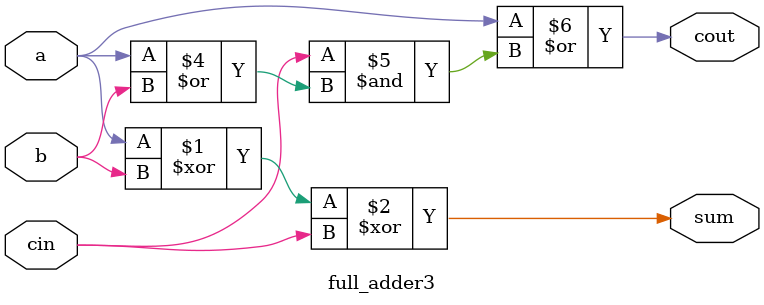
<source format=v>
module full_adder3(a,b,cin,sum,cout);
input a,b,cin;
output sum,cout;
assign sum = a^b^cin;
assign cout = a&1'b1|cin&(a|b); 
// initial begin
//     $display("The incorrect adder with and0 having in2/1");
// end   
endmodule
</source>
